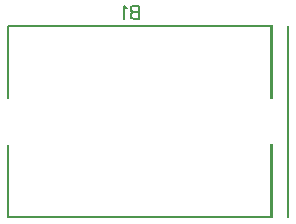
<source format=gbo>
G04 Layer: BottomSilkscreenLayer*
G04 EasyEDA v6.5.40, 2024-07-28 23:41:03*
G04 a67cddfb3fce44daa9051d46cbbcc19f,10*
G04 Gerber Generator version 0.2*
G04 Scale: 100 percent, Rotated: No, Reflected: No *
G04 Dimensions in millimeters *
G04 leading zeros omitted , absolute positions ,4 integer and 5 decimal *
%FSLAX45Y45*%
%MOMM*%

%ADD10C,0.1524*%

%LPD*%
D10*
X1900001Y1978916D02*
G01*
X1900001Y1869950D01*
X1900001Y1978916D02*
G01*
X1853265Y1978916D01*
X1837771Y1973836D01*
X1832437Y1968502D01*
X1827357Y1958088D01*
X1827357Y1947674D01*
X1832437Y1937260D01*
X1837771Y1932180D01*
X1853265Y1927100D01*
X1900001Y1927100D02*
G01*
X1853265Y1927100D01*
X1837771Y1921766D01*
X1832437Y1916686D01*
X1827357Y1906272D01*
X1827357Y1890524D01*
X1832437Y1880110D01*
X1837771Y1875030D01*
X1853265Y1869950D01*
X1900001Y1869950D01*
X1793067Y1958088D02*
G01*
X1782653Y1963422D01*
X1766905Y1978916D01*
X1766905Y1869950D01*
G36*
X3005023Y1815236D02*
G01*
X3005023Y1193241D01*
X3035503Y1193241D01*
X3035503Y1815236D01*
G37*
G36*
X3005023Y806754D02*
G01*
X3005023Y184759D01*
X3035503Y184759D01*
X3035503Y806754D01*
G37*
X3012620Y1807621D02*
G01*
X787382Y1807621D01*
X787382Y1807621D02*
G01*
X787382Y1198321D01*
X3012620Y192379D02*
G01*
X787382Y192379D01*
X787382Y192379D02*
G01*
X787382Y801679D01*
X3161680Y1807621D02*
G01*
X3161680Y192379D01*
M02*

</source>
